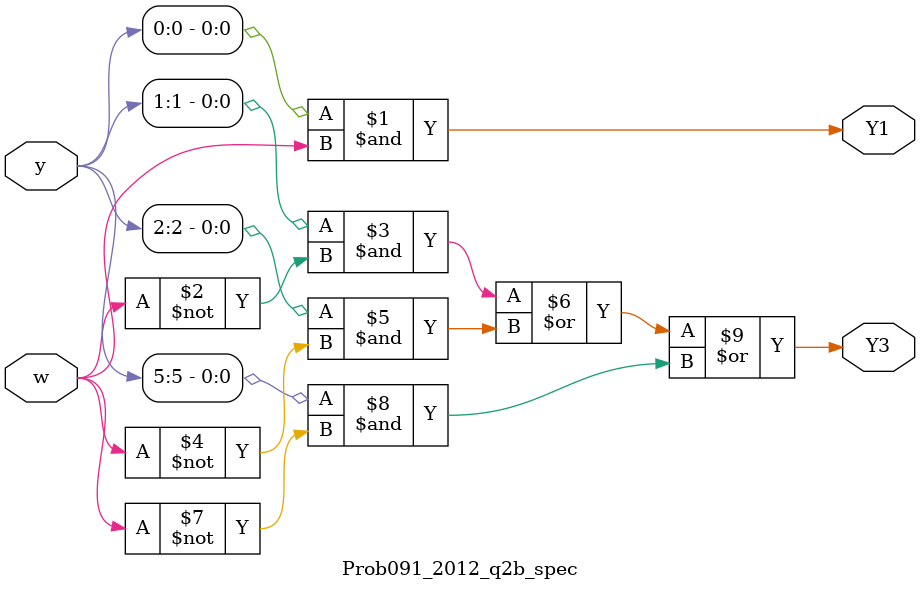
<source format=v>
module Prob091_2012_q2b_spec(input [5:0] y, input [0:0] w, output [0:0] Y1, output [0:0] Y3);
    // Y1 is the condition for transitioning to state B
    assign Y1 = y[0] & w;

    // Y3 is the condition for transitioning to state D
    assign Y3 = (y[1] & ~w) | (y[2] & ~w) | (y[5] & ~w);
endmodule

</source>
